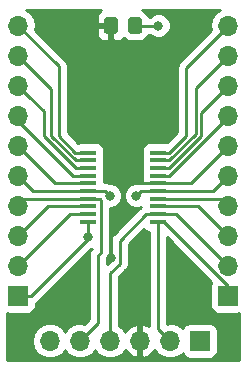
<source format=gbl>
G04 #@! TF.GenerationSoftware,KiCad,Pcbnew,5.0.2-bee76a0~70~ubuntu16.04.1*
G04 #@! TF.CreationDate,2019-03-12T22:28:51+00:00*
G04 #@! TF.ProjectId,project,70726f6a-6563-4742-9e6b-696361645f70,rev?*
G04 #@! TF.SameCoordinates,Original*
G04 #@! TF.FileFunction,Copper,L2,Bot*
G04 #@! TF.FilePolarity,Positive*
%FSLAX46Y46*%
G04 Gerber Fmt 4.6, Leading zero omitted, Abs format (unit mm)*
G04 Created by KiCad (PCBNEW 5.0.2-bee76a0~70~ubuntu16.04.1) date Tue 12 Mar 2019 22:28:51 GMT*
%MOMM*%
%LPD*%
G01*
G04 APERTURE LIST*
G04 #@! TA.AperFunction,ComponentPad*
%ADD10R,1.700000X1.700000*%
G04 #@! TD*
G04 #@! TA.AperFunction,ComponentPad*
%ADD11O,1.700000X1.700000*%
G04 #@! TD*
G04 #@! TA.AperFunction,SMDPad,CuDef*
%ADD12R,1.450000X0.450000*%
G04 #@! TD*
G04 #@! TA.AperFunction,Conductor*
%ADD13C,0.100000*%
G04 #@! TD*
G04 #@! TA.AperFunction,SMDPad,CuDef*
%ADD14C,1.150000*%
G04 #@! TD*
G04 #@! TA.AperFunction,ViaPad*
%ADD15C,0.800000*%
G04 #@! TD*
G04 #@! TA.AperFunction,Conductor*
%ADD16C,0.250000*%
G04 #@! TD*
G04 #@! TA.AperFunction,Conductor*
%ADD17C,0.254000*%
G04 #@! TD*
G04 APERTURE END LIST*
D10*
G04 #@! TO.P,J1,1*
G04 #@! TO.N,+3V3*
X163438404Y-117294239D03*
D11*
G04 #@! TO.P,J1,2*
G04 #@! TO.N,SWCLK*
X160898404Y-117294239D03*
G04 #@! TO.P,J1,3*
G04 #@! TO.N,GND*
X158358404Y-117294239D03*
G04 #@! TO.P,J1,4*
G04 #@! TO.N,SWDI0*
X155818404Y-117294239D03*
G04 #@! TO.P,J1,5*
G04 #@! TO.N,NRST*
X153278404Y-117294239D03*
G04 #@! TO.P,J1,6*
G04 #@! TO.N,PA2*
X150738404Y-117294239D03*
G04 #@! TD*
D10*
G04 #@! TO.P,J2,1*
G04 #@! TO.N,BOOT0*
X148038404Y-113484239D03*
D11*
G04 #@! TO.P,J2,2*
G04 #@! TO.N,PC14*
X148038404Y-110944239D03*
G04 #@! TO.P,J2,3*
G04 #@! TO.N,PC15*
X148038404Y-108404239D03*
G04 #@! TO.P,J2,4*
G04 #@! TO.N,NRST*
X148038404Y-105864239D03*
G04 #@! TO.P,J2,5*
G04 #@! TO.N,+3V3*
X148038404Y-103324239D03*
G04 #@! TO.P,J2,6*
G04 #@! TO.N,PA0*
X148038404Y-100784239D03*
G04 #@! TO.P,J2,7*
G04 #@! TO.N,PA1*
X148038404Y-98244239D03*
G04 #@! TO.P,J2,8*
G04 #@! TO.N,PA2*
X148038404Y-95704239D03*
G04 #@! TO.P,J2,9*
G04 #@! TO.N,PA3*
X148038404Y-93164239D03*
G04 #@! TO.P,J2,10*
G04 #@! TO.N,PA4*
X148038404Y-90624239D03*
G04 #@! TD*
G04 #@! TO.P,J3,10*
G04 #@! TO.N,PA5*
X165818404Y-90624239D03*
G04 #@! TO.P,J3,9*
G04 #@! TO.N,PA6*
X165818404Y-93164239D03*
G04 #@! TO.P,J3,8*
G04 #@! TO.N,PA7*
X165818404Y-95704239D03*
G04 #@! TO.P,J3,7*
G04 #@! TO.N,PB1*
X165818404Y-98244239D03*
G04 #@! TO.P,J3,6*
G04 #@! TO.N,GND*
X165818404Y-100784239D03*
G04 #@! TO.P,J3,5*
G04 #@! TO.N,+3V3*
X165818404Y-103324239D03*
G04 #@! TO.P,J3,4*
G04 #@! TO.N,PA9*
X165818404Y-105864239D03*
G04 #@! TO.P,J3,3*
G04 #@! TO.N,PA10*
X165818404Y-108404239D03*
G04 #@! TO.P,J3,2*
G04 #@! TO.N,SWDI0*
X165818404Y-110944239D03*
D10*
G04 #@! TO.P,J3,1*
G04 #@! TO.N,SWCLK*
X165818404Y-113484239D03*
G04 #@! TD*
D12*
G04 #@! TO.P,U1,1*
G04 #@! TO.N,BOOT0*
X153978404Y-107199239D03*
G04 #@! TO.P,U1,2*
G04 #@! TO.N,PC14*
X153978404Y-106549239D03*
G04 #@! TO.P,U1,3*
G04 #@! TO.N,PC15*
X153978404Y-105899239D03*
G04 #@! TO.P,U1,4*
G04 #@! TO.N,NRST*
X153978404Y-105249239D03*
G04 #@! TO.P,U1,5*
G04 #@! TO.N,+3V3*
X153978404Y-104599239D03*
G04 #@! TO.P,U1,6*
G04 #@! TO.N,PA0*
X153978404Y-103949239D03*
G04 #@! TO.P,U1,7*
G04 #@! TO.N,PA1*
X153978404Y-103299239D03*
G04 #@! TO.P,U1,8*
G04 #@! TO.N,PA2*
X153978404Y-102649239D03*
G04 #@! TO.P,U1,9*
G04 #@! TO.N,PA3*
X153978404Y-101999239D03*
G04 #@! TO.P,U1,10*
G04 #@! TO.N,PA4*
X153978404Y-101349239D03*
G04 #@! TO.P,U1,11*
G04 #@! TO.N,PA5*
X159878404Y-101349239D03*
G04 #@! TO.P,U1,12*
G04 #@! TO.N,PA6*
X159878404Y-101999239D03*
G04 #@! TO.P,U1,13*
G04 #@! TO.N,PA7*
X159878404Y-102649239D03*
G04 #@! TO.P,U1,14*
G04 #@! TO.N,PB1*
X159878404Y-103299239D03*
G04 #@! TO.P,U1,15*
G04 #@! TO.N,GND*
X159878404Y-103949239D03*
G04 #@! TO.P,U1,16*
G04 #@! TO.N,+3V3*
X159878404Y-104599239D03*
G04 #@! TO.P,U1,17*
G04 #@! TO.N,PA9*
X159878404Y-105249239D03*
G04 #@! TO.P,U1,18*
G04 #@! TO.N,PA10*
X159878404Y-105899239D03*
G04 #@! TO.P,U1,19*
G04 #@! TO.N,SWDI0*
X159878404Y-106549239D03*
G04 #@! TO.P,U1,20*
G04 #@! TO.N,SWCLK*
X159878404Y-107199239D03*
G04 #@! TD*
D13*
G04 #@! TO.N,GND*
G04 #@! TO.C,D1*
G36*
X156252909Y-89895443D02*
X156277177Y-89899043D01*
X156300976Y-89905004D01*
X156324075Y-89913269D01*
X156346254Y-89923759D01*
X156367297Y-89936371D01*
X156387003Y-89950986D01*
X156405181Y-89967462D01*
X156421657Y-89985640D01*
X156436272Y-90005346D01*
X156448884Y-90026389D01*
X156459374Y-90048568D01*
X156467639Y-90071667D01*
X156473600Y-90095466D01*
X156477200Y-90119734D01*
X156478404Y-90144238D01*
X156478404Y-91044240D01*
X156477200Y-91068744D01*
X156473600Y-91093012D01*
X156467639Y-91116811D01*
X156459374Y-91139910D01*
X156448884Y-91162089D01*
X156436272Y-91183132D01*
X156421657Y-91202838D01*
X156405181Y-91221016D01*
X156387003Y-91237492D01*
X156367297Y-91252107D01*
X156346254Y-91264719D01*
X156324075Y-91275209D01*
X156300976Y-91283474D01*
X156277177Y-91289435D01*
X156252909Y-91293035D01*
X156228405Y-91294239D01*
X155578403Y-91294239D01*
X155553899Y-91293035D01*
X155529631Y-91289435D01*
X155505832Y-91283474D01*
X155482733Y-91275209D01*
X155460554Y-91264719D01*
X155439511Y-91252107D01*
X155419805Y-91237492D01*
X155401627Y-91221016D01*
X155385151Y-91202838D01*
X155370536Y-91183132D01*
X155357924Y-91162089D01*
X155347434Y-91139910D01*
X155339169Y-91116811D01*
X155333208Y-91093012D01*
X155329608Y-91068744D01*
X155328404Y-91044240D01*
X155328404Y-90144238D01*
X155329608Y-90119734D01*
X155333208Y-90095466D01*
X155339169Y-90071667D01*
X155347434Y-90048568D01*
X155357924Y-90026389D01*
X155370536Y-90005346D01*
X155385151Y-89985640D01*
X155401627Y-89967462D01*
X155419805Y-89950986D01*
X155439511Y-89936371D01*
X155460554Y-89923759D01*
X155482733Y-89913269D01*
X155505832Y-89905004D01*
X155529631Y-89899043D01*
X155553899Y-89895443D01*
X155578403Y-89894239D01*
X156228405Y-89894239D01*
X156252909Y-89895443D01*
X156252909Y-89895443D01*
G37*
D14*
G04 #@! TD*
G04 #@! TO.P,D1,1*
G04 #@! TO.N,GND*
X155903404Y-90594239D03*
D13*
G04 #@! TO.N,Net-(D1-Pad2)*
G04 #@! TO.C,D1*
G36*
X158302909Y-89895443D02*
X158327177Y-89899043D01*
X158350976Y-89905004D01*
X158374075Y-89913269D01*
X158396254Y-89923759D01*
X158417297Y-89936371D01*
X158437003Y-89950986D01*
X158455181Y-89967462D01*
X158471657Y-89985640D01*
X158486272Y-90005346D01*
X158498884Y-90026389D01*
X158509374Y-90048568D01*
X158517639Y-90071667D01*
X158523600Y-90095466D01*
X158527200Y-90119734D01*
X158528404Y-90144238D01*
X158528404Y-91044240D01*
X158527200Y-91068744D01*
X158523600Y-91093012D01*
X158517639Y-91116811D01*
X158509374Y-91139910D01*
X158498884Y-91162089D01*
X158486272Y-91183132D01*
X158471657Y-91202838D01*
X158455181Y-91221016D01*
X158437003Y-91237492D01*
X158417297Y-91252107D01*
X158396254Y-91264719D01*
X158374075Y-91275209D01*
X158350976Y-91283474D01*
X158327177Y-91289435D01*
X158302909Y-91293035D01*
X158278405Y-91294239D01*
X157628403Y-91294239D01*
X157603899Y-91293035D01*
X157579631Y-91289435D01*
X157555832Y-91283474D01*
X157532733Y-91275209D01*
X157510554Y-91264719D01*
X157489511Y-91252107D01*
X157469805Y-91237492D01*
X157451627Y-91221016D01*
X157435151Y-91202838D01*
X157420536Y-91183132D01*
X157407924Y-91162089D01*
X157397434Y-91139910D01*
X157389169Y-91116811D01*
X157383208Y-91093012D01*
X157379608Y-91068744D01*
X157378404Y-91044240D01*
X157378404Y-90144238D01*
X157379608Y-90119734D01*
X157383208Y-90095466D01*
X157389169Y-90071667D01*
X157397434Y-90048568D01*
X157407924Y-90026389D01*
X157420536Y-90005346D01*
X157435151Y-89985640D01*
X157451627Y-89967462D01*
X157469805Y-89950986D01*
X157489511Y-89936371D01*
X157510554Y-89923759D01*
X157532733Y-89913269D01*
X157555832Y-89905004D01*
X157579631Y-89899043D01*
X157603899Y-89895443D01*
X157628403Y-89894239D01*
X158278405Y-89894239D01*
X158302909Y-89895443D01*
X158302909Y-89895443D01*
G37*
D14*
G04 #@! TD*
G04 #@! TO.P,D1,2*
G04 #@! TO.N,Net-(D1-Pad2)*
X157953404Y-90594239D03*
D15*
G04 #@! TO.N,GND*
X157928404Y-110294239D03*
X156928404Y-99694239D03*
X155928404Y-110294239D03*
G04 #@! TO.N,+3V3*
X155828404Y-104994239D03*
X158028404Y-104994239D03*
G04 #@! TO.N,Net-(D1-Pad2)*
X159928404Y-90594239D03*
G04 #@! TO.N,BOOT0*
X153928404Y-108494239D03*
G04 #@! TD*
D16*
G04 #@! TO.N,GND*
X162653404Y-103949239D02*
X165818404Y-100784239D01*
X159878404Y-103949239D02*
X162653404Y-103949239D01*
X158358404Y-110724239D02*
X157928404Y-110294239D01*
X158358404Y-117294239D02*
X158358404Y-110724239D01*
X155928404Y-110294239D02*
X155928404Y-107694239D01*
X155928404Y-107694239D02*
X157028404Y-106594239D01*
X157028404Y-106594239D02*
X157028404Y-103994239D01*
X157073404Y-103949239D02*
X159878404Y-103949239D01*
X157028404Y-103994239D02*
X157073404Y-103949239D01*
X156928404Y-103894239D02*
X156928404Y-99694239D01*
X157028404Y-103994239D02*
X156928404Y-103894239D01*
G04 #@! TO.N,+3V3*
X155433404Y-104599239D02*
X155828404Y-104994239D01*
X153978404Y-104599239D02*
X155433404Y-104599239D01*
X158423404Y-104599239D02*
X158028404Y-104994239D01*
X159878404Y-104599239D02*
X158423404Y-104599239D01*
X164543404Y-104599239D02*
X165818404Y-103324239D01*
X159878404Y-104599239D02*
X164543404Y-104599239D01*
X149313404Y-104599239D02*
X148038404Y-103324239D01*
X153978404Y-104599239D02*
X149313404Y-104599239D01*
G04 #@! TO.N,Net-(D1-Pad2)*
X159928404Y-90594239D02*
X157953404Y-90594239D01*
G04 #@! TO.N,SWCLK*
X159878404Y-116274239D02*
X160898404Y-117294239D01*
X159878404Y-107199239D02*
X159878404Y-116274239D01*
X165818404Y-112639239D02*
X165818404Y-113484239D01*
X160378404Y-107199239D02*
X165818404Y-112639239D01*
X159878404Y-107199239D02*
X160378404Y-107199239D01*
G04 #@! TO.N,SWDI0*
X161423404Y-106549239D02*
X165818404Y-110944239D01*
X159878404Y-106549239D02*
X161423404Y-106549239D01*
X156653405Y-108799238D02*
X156653405Y-110742240D01*
X156653405Y-110742240D02*
X155818404Y-111577241D01*
X159878404Y-106549239D02*
X158903404Y-106549239D01*
X155818404Y-111577241D02*
X155818404Y-116092158D01*
X158903404Y-106549239D02*
X156653405Y-108799238D01*
X155818404Y-116092158D02*
X155818404Y-117294239D01*
G04 #@! TO.N,NRST*
X148653404Y-105249239D02*
X148038404Y-105864239D01*
X153978404Y-105249239D02*
X148653404Y-105249239D01*
X154128403Y-116444240D02*
X153278404Y-117294239D01*
X154803403Y-115769240D02*
X154128403Y-116444240D01*
X154803403Y-110046238D02*
X154803403Y-115769240D01*
X153978404Y-105249239D02*
X154953404Y-105249239D01*
X154953404Y-105249239D02*
X155028405Y-105324240D01*
X155028405Y-105324240D02*
X155028405Y-109821236D01*
X155028405Y-109821236D02*
X154803403Y-110046238D01*
G04 #@! TO.N,PA2*
X153978404Y-102649239D02*
X152926417Y-102649239D01*
X150200000Y-99922822D02*
X150200000Y-97865835D01*
X152926417Y-102649239D02*
X150200000Y-99922822D01*
X148888403Y-96554238D02*
X148038404Y-95704239D01*
X150200000Y-97865835D02*
X148888403Y-96554238D01*
G04 #@! TO.N,BOOT0*
X153978404Y-107199239D02*
X153978404Y-108444239D01*
X149138404Y-113484239D02*
X153928404Y-108694239D01*
X153928404Y-108694239D02*
X153928404Y-108494239D01*
X153978404Y-108444239D02*
X153928404Y-108494239D01*
X148038404Y-113484239D02*
X149138404Y-113484239D01*
G04 #@! TO.N,PC14*
X152433404Y-106549239D02*
X148038404Y-110944239D01*
X153978404Y-106549239D02*
X152433404Y-106549239D01*
G04 #@! TO.N,PC15*
X150543404Y-105899239D02*
X148038404Y-108404239D01*
X153978404Y-105899239D02*
X150543404Y-105899239D01*
G04 #@! TO.N,PA0*
X151203404Y-103949239D02*
X148038404Y-100784239D01*
X153978404Y-103949239D02*
X151203404Y-103949239D01*
G04 #@! TO.N,PA1*
X148038404Y-98638404D02*
X148038404Y-98244239D01*
X152699239Y-103299239D02*
X148038404Y-98638404D01*
X153978404Y-103299239D02*
X152699239Y-103299239D01*
G04 #@! TO.N,PA3*
X148888403Y-94014238D02*
X148038404Y-93164239D01*
X153978404Y-101999239D02*
X152912828Y-101999239D01*
X152912828Y-101999239D02*
X150835000Y-99921411D01*
X150835000Y-99921411D02*
X150835000Y-95960835D01*
X150835000Y-95960835D02*
X148888403Y-94014238D01*
G04 #@! TO.N,PA4*
X151470000Y-94055835D02*
X148038404Y-90624239D01*
X151470000Y-99920000D02*
X151470000Y-94055835D01*
X152899239Y-101349239D02*
X151470000Y-99920000D01*
X153978404Y-101349239D02*
X152899239Y-101349239D01*
G04 #@! TO.N,PA5*
X159878404Y-101349239D02*
X160835761Y-101349239D01*
X164968405Y-91474238D02*
X165818404Y-90624239D01*
X160835761Y-101349239D02*
X162265000Y-99920000D01*
X162265000Y-99920000D02*
X162265000Y-94177643D01*
X162265000Y-94177643D02*
X164968405Y-91474238D01*
G04 #@! TO.N,PA6*
X160853404Y-101999239D02*
X163084989Y-99767654D01*
X163084989Y-99767654D02*
X163084989Y-95897654D01*
X163084989Y-95897654D02*
X164968405Y-94014238D01*
X159878404Y-101999239D02*
X160853404Y-101999239D01*
X164968405Y-94014238D02*
X165818404Y-93164239D01*
G04 #@! TO.N,PA7*
X165818404Y-95731596D02*
X165818404Y-95704239D01*
X159878404Y-102649239D02*
X160853404Y-102649239D01*
X163535000Y-99967643D02*
X163535000Y-98015000D01*
X160853404Y-102649239D02*
X163535000Y-99967643D01*
X163535000Y-98015000D02*
X165818404Y-95731596D01*
G04 #@! TO.N,PB1*
X160853404Y-103299239D02*
X165818404Y-98334239D01*
X165818404Y-98334239D02*
X165818404Y-98244239D01*
X159878404Y-103299239D02*
X160853404Y-103299239D01*
G04 #@! TO.N,PA9*
X165203404Y-105249239D02*
X165818404Y-105864239D01*
X159878404Y-105249239D02*
X165203404Y-105249239D01*
G04 #@! TO.N,PA10*
X163313404Y-105899239D02*
X165818404Y-108404239D01*
X159878404Y-105899239D02*
X163313404Y-105899239D01*
G04 #@! TD*
D17*
G04 #@! TO.N,GND*
G36*
X158695595Y-107882048D02*
X158905639Y-108022396D01*
X159118404Y-108064717D01*
X159118405Y-116019727D01*
X158715294Y-115852763D01*
X158485404Y-115974084D01*
X158485404Y-117167239D01*
X158505404Y-117167239D01*
X158505404Y-117421239D01*
X158485404Y-117421239D01*
X158485404Y-118614394D01*
X158715294Y-118735715D01*
X159125328Y-118565884D01*
X159553587Y-118175597D01*
X159614561Y-118045761D01*
X159827779Y-118364864D01*
X160318986Y-118693078D01*
X160752148Y-118779239D01*
X161044660Y-118779239D01*
X161477822Y-118693078D01*
X161969029Y-118364864D01*
X161981220Y-118346620D01*
X161990247Y-118392004D01*
X162130595Y-118602048D01*
X162340639Y-118742396D01*
X162588404Y-118791679D01*
X164288404Y-118791679D01*
X164536169Y-118742396D01*
X164746213Y-118602048D01*
X164886561Y-118392004D01*
X164935844Y-118144239D01*
X164935844Y-116444239D01*
X164886561Y-116196474D01*
X164746213Y-115986430D01*
X164536169Y-115846082D01*
X164288404Y-115796799D01*
X162588404Y-115796799D01*
X162340639Y-115846082D01*
X162130595Y-115986430D01*
X161990247Y-116196474D01*
X161981220Y-116241858D01*
X161969029Y-116223614D01*
X161477822Y-115895400D01*
X161044660Y-115809239D01*
X160752148Y-115809239D01*
X160638404Y-115831864D01*
X160638404Y-108534040D01*
X164418549Y-112314186D01*
X164370247Y-112386474D01*
X164320964Y-112634239D01*
X164320964Y-114334239D01*
X164370247Y-114582004D01*
X164510595Y-114792048D01*
X164720639Y-114932396D01*
X164968404Y-114981679D01*
X166668404Y-114981679D01*
X166718405Y-114971733D01*
X166718405Y-118884239D01*
X147138404Y-118884239D01*
X147138404Y-114971733D01*
X147188404Y-114981679D01*
X148888404Y-114981679D01*
X149136169Y-114932396D01*
X149346213Y-114792048D01*
X149486561Y-114582004D01*
X149535844Y-114334239D01*
X149535844Y-114132722D01*
X149686333Y-114032168D01*
X149728735Y-113968709D01*
X154192197Y-109505248D01*
X154268406Y-109473682D01*
X154268406Y-109489668D01*
X154255474Y-109498309D01*
X154087499Y-109749702D01*
X154043403Y-109971387D01*
X154043403Y-109971391D01*
X154028515Y-110046238D01*
X154043403Y-110121085D01*
X154043404Y-115454437D01*
X153644812Y-115853030D01*
X153424660Y-115809239D01*
X153132148Y-115809239D01*
X152698986Y-115895400D01*
X152207779Y-116223614D01*
X152008404Y-116522000D01*
X151809029Y-116223614D01*
X151317822Y-115895400D01*
X150884660Y-115809239D01*
X150592148Y-115809239D01*
X150158986Y-115895400D01*
X149667779Y-116223614D01*
X149339565Y-116714821D01*
X149224312Y-117294239D01*
X149339565Y-117873657D01*
X149667779Y-118364864D01*
X150158986Y-118693078D01*
X150592148Y-118779239D01*
X150884660Y-118779239D01*
X151317822Y-118693078D01*
X151809029Y-118364864D01*
X152008404Y-118066478D01*
X152207779Y-118364864D01*
X152698986Y-118693078D01*
X153132148Y-118779239D01*
X153424660Y-118779239D01*
X153857822Y-118693078D01*
X154349029Y-118364864D01*
X154548404Y-118066478D01*
X154747779Y-118364864D01*
X155238986Y-118693078D01*
X155672148Y-118779239D01*
X155964660Y-118779239D01*
X156397822Y-118693078D01*
X156889029Y-118364864D01*
X157102247Y-118045761D01*
X157163221Y-118175597D01*
X157591480Y-118565884D01*
X158001514Y-118735715D01*
X158231404Y-118614394D01*
X158231404Y-117421239D01*
X158211404Y-117421239D01*
X158211404Y-117167239D01*
X158231404Y-117167239D01*
X158231404Y-115974084D01*
X158001514Y-115852763D01*
X157591480Y-116022594D01*
X157163221Y-116412881D01*
X157102247Y-116542717D01*
X156889029Y-116223614D01*
X156578404Y-116016061D01*
X156578404Y-111892042D01*
X157137878Y-111332569D01*
X157201334Y-111290169D01*
X157333233Y-111092769D01*
X157369309Y-111038778D01*
X157404604Y-110861337D01*
X157413405Y-110817092D01*
X157413405Y-110817088D01*
X157428293Y-110742240D01*
X157413405Y-110667392D01*
X157413405Y-109114039D01*
X158675488Y-107851956D01*
X158695595Y-107882048D01*
X158695595Y-107882048D01*
G37*
X158695595Y-107882048D02*
X158905639Y-108022396D01*
X159118404Y-108064717D01*
X159118405Y-116019727D01*
X158715294Y-115852763D01*
X158485404Y-115974084D01*
X158485404Y-117167239D01*
X158505404Y-117167239D01*
X158505404Y-117421239D01*
X158485404Y-117421239D01*
X158485404Y-118614394D01*
X158715294Y-118735715D01*
X159125328Y-118565884D01*
X159553587Y-118175597D01*
X159614561Y-118045761D01*
X159827779Y-118364864D01*
X160318986Y-118693078D01*
X160752148Y-118779239D01*
X161044660Y-118779239D01*
X161477822Y-118693078D01*
X161969029Y-118364864D01*
X161981220Y-118346620D01*
X161990247Y-118392004D01*
X162130595Y-118602048D01*
X162340639Y-118742396D01*
X162588404Y-118791679D01*
X164288404Y-118791679D01*
X164536169Y-118742396D01*
X164746213Y-118602048D01*
X164886561Y-118392004D01*
X164935844Y-118144239D01*
X164935844Y-116444239D01*
X164886561Y-116196474D01*
X164746213Y-115986430D01*
X164536169Y-115846082D01*
X164288404Y-115796799D01*
X162588404Y-115796799D01*
X162340639Y-115846082D01*
X162130595Y-115986430D01*
X161990247Y-116196474D01*
X161981220Y-116241858D01*
X161969029Y-116223614D01*
X161477822Y-115895400D01*
X161044660Y-115809239D01*
X160752148Y-115809239D01*
X160638404Y-115831864D01*
X160638404Y-108534040D01*
X164418549Y-112314186D01*
X164370247Y-112386474D01*
X164320964Y-112634239D01*
X164320964Y-114334239D01*
X164370247Y-114582004D01*
X164510595Y-114792048D01*
X164720639Y-114932396D01*
X164968404Y-114981679D01*
X166668404Y-114981679D01*
X166718405Y-114971733D01*
X166718405Y-118884239D01*
X147138404Y-118884239D01*
X147138404Y-114971733D01*
X147188404Y-114981679D01*
X148888404Y-114981679D01*
X149136169Y-114932396D01*
X149346213Y-114792048D01*
X149486561Y-114582004D01*
X149535844Y-114334239D01*
X149535844Y-114132722D01*
X149686333Y-114032168D01*
X149728735Y-113968709D01*
X154192197Y-109505248D01*
X154268406Y-109473682D01*
X154268406Y-109489668D01*
X154255474Y-109498309D01*
X154087499Y-109749702D01*
X154043403Y-109971387D01*
X154043403Y-109971391D01*
X154028515Y-110046238D01*
X154043403Y-110121085D01*
X154043404Y-115454437D01*
X153644812Y-115853030D01*
X153424660Y-115809239D01*
X153132148Y-115809239D01*
X152698986Y-115895400D01*
X152207779Y-116223614D01*
X152008404Y-116522000D01*
X151809029Y-116223614D01*
X151317822Y-115895400D01*
X150884660Y-115809239D01*
X150592148Y-115809239D01*
X150158986Y-115895400D01*
X149667779Y-116223614D01*
X149339565Y-116714821D01*
X149224312Y-117294239D01*
X149339565Y-117873657D01*
X149667779Y-118364864D01*
X150158986Y-118693078D01*
X150592148Y-118779239D01*
X150884660Y-118779239D01*
X151317822Y-118693078D01*
X151809029Y-118364864D01*
X152008404Y-118066478D01*
X152207779Y-118364864D01*
X152698986Y-118693078D01*
X153132148Y-118779239D01*
X153424660Y-118779239D01*
X153857822Y-118693078D01*
X154349029Y-118364864D01*
X154548404Y-118066478D01*
X154747779Y-118364864D01*
X155238986Y-118693078D01*
X155672148Y-118779239D01*
X155964660Y-118779239D01*
X156397822Y-118693078D01*
X156889029Y-118364864D01*
X157102247Y-118045761D01*
X157163221Y-118175597D01*
X157591480Y-118565884D01*
X158001514Y-118735715D01*
X158231404Y-118614394D01*
X158231404Y-117421239D01*
X158211404Y-117421239D01*
X158211404Y-117167239D01*
X158231404Y-117167239D01*
X158231404Y-115974084D01*
X158001514Y-115852763D01*
X157591480Y-116022594D01*
X157163221Y-116412881D01*
X157102247Y-116542717D01*
X156889029Y-116223614D01*
X156578404Y-116016061D01*
X156578404Y-111892042D01*
X157137878Y-111332569D01*
X157201334Y-111290169D01*
X157333233Y-111092769D01*
X157369309Y-111038778D01*
X157404604Y-110861337D01*
X157413405Y-110817092D01*
X157413405Y-110817088D01*
X157428293Y-110742240D01*
X157413405Y-110667392D01*
X157413405Y-109114039D01*
X158675488Y-107851956D01*
X158695595Y-107882048D01*
G36*
X154968706Y-89355912D02*
X154790077Y-89534540D01*
X154693404Y-89767929D01*
X154693404Y-90308489D01*
X154852154Y-90467239D01*
X155776404Y-90467239D01*
X155776404Y-90447239D01*
X156030404Y-90447239D01*
X156030404Y-90467239D01*
X156050404Y-90467239D01*
X156050404Y-90721239D01*
X156030404Y-90721239D01*
X156030404Y-91770489D01*
X156189154Y-91929239D01*
X156604713Y-91929239D01*
X156838102Y-91832566D01*
X156993027Y-91677642D01*
X156993818Y-91678825D01*
X157284968Y-91873366D01*
X157628403Y-91941679D01*
X158278405Y-91941679D01*
X158621840Y-91873366D01*
X158912990Y-91678825D01*
X159107531Y-91387675D01*
X159114182Y-91354239D01*
X159224693Y-91354239D01*
X159342124Y-91471670D01*
X159722530Y-91629239D01*
X160134278Y-91629239D01*
X160514684Y-91471670D01*
X160805835Y-91180519D01*
X160963404Y-90800113D01*
X160963404Y-90388365D01*
X160805835Y-90007959D01*
X160514684Y-89716808D01*
X160134278Y-89559239D01*
X159722530Y-89559239D01*
X159342124Y-89716808D01*
X159224693Y-89834239D01*
X159114182Y-89834239D01*
X159107531Y-89800803D01*
X158912990Y-89509653D01*
X158621840Y-89315112D01*
X158567177Y-89304239D01*
X165120995Y-89304239D01*
X164747779Y-89553614D01*
X164419565Y-90044821D01*
X164304312Y-90624239D01*
X164377195Y-90990646D01*
X161780528Y-93587314D01*
X161717072Y-93629714D01*
X161674672Y-93693170D01*
X161674671Y-93693171D01*
X161549097Y-93881106D01*
X161490112Y-94177643D01*
X161505001Y-94252495D01*
X161505000Y-99605198D01*
X160628423Y-100481776D01*
X160603404Y-100476799D01*
X159153404Y-100476799D01*
X158905639Y-100526082D01*
X158695595Y-100666430D01*
X158555247Y-100876474D01*
X158505964Y-101124239D01*
X158505964Y-101574239D01*
X158525855Y-101674239D01*
X158505964Y-101774239D01*
X158505964Y-102224239D01*
X158525855Y-102324239D01*
X158505964Y-102424239D01*
X158505964Y-102874239D01*
X158525855Y-102974239D01*
X158505964Y-103074239D01*
X158505964Y-103524239D01*
X158519902Y-103594312D01*
X158518404Y-103597929D01*
X158518404Y-103677989D01*
X158541051Y-103700636D01*
X158555247Y-103772004D01*
X158588812Y-103822237D01*
X158518404Y-103822237D01*
X158518404Y-103839239D01*
X158498250Y-103839239D01*
X158423403Y-103824351D01*
X158348556Y-103839239D01*
X158348552Y-103839239D01*
X158126867Y-103883335D01*
X158013269Y-103959239D01*
X157822530Y-103959239D01*
X157442124Y-104116808D01*
X157150973Y-104407959D01*
X156993404Y-104788365D01*
X156993404Y-105200113D01*
X157150973Y-105580519D01*
X157442124Y-105871670D01*
X157822530Y-106029239D01*
X158234278Y-106029239D01*
X158443173Y-105942712D01*
X158355475Y-106001310D01*
X158313075Y-106064766D01*
X156168935Y-108208907D01*
X156105476Y-108251309D01*
X155937501Y-108502702D01*
X155893405Y-108724387D01*
X155893405Y-108724391D01*
X155878517Y-108799238D01*
X155893405Y-108874085D01*
X155893406Y-110427437D01*
X155563403Y-110757441D01*
X155563403Y-110377805D01*
X155576334Y-110369165D01*
X155744309Y-110117773D01*
X155788405Y-109896088D01*
X155788405Y-109896083D01*
X155803293Y-109821236D01*
X155788405Y-109746389D01*
X155788405Y-106029239D01*
X156034278Y-106029239D01*
X156414684Y-105871670D01*
X156705835Y-105580519D01*
X156863404Y-105200113D01*
X156863404Y-104788365D01*
X156705835Y-104407959D01*
X156414684Y-104116808D01*
X156034278Y-103959239D01*
X155843539Y-103959239D01*
X155729941Y-103883335D01*
X155508256Y-103839239D01*
X155508251Y-103839239D01*
X155433404Y-103824351D01*
X155358557Y-103839239D01*
X155350844Y-103839239D01*
X155350844Y-103724239D01*
X155330953Y-103624239D01*
X155350844Y-103524239D01*
X155350844Y-103074239D01*
X155330953Y-102974239D01*
X155350844Y-102874239D01*
X155350844Y-102424239D01*
X155330953Y-102324239D01*
X155350844Y-102224239D01*
X155350844Y-101774239D01*
X155330953Y-101674239D01*
X155350844Y-101574239D01*
X155350844Y-101124239D01*
X155301561Y-100876474D01*
X155161213Y-100666430D01*
X154951169Y-100526082D01*
X154703404Y-100476799D01*
X153253404Y-100476799D01*
X153126786Y-100501985D01*
X152230000Y-99605199D01*
X152230000Y-94130683D01*
X152244888Y-94055835D01*
X152230000Y-93980987D01*
X152230000Y-93980983D01*
X152185904Y-93759298D01*
X152017929Y-93507906D01*
X151954473Y-93465506D01*
X149479613Y-90990647D01*
X149501624Y-90879989D01*
X154693404Y-90879989D01*
X154693404Y-91420549D01*
X154790077Y-91653938D01*
X154968706Y-91832566D01*
X155202095Y-91929239D01*
X155617654Y-91929239D01*
X155776404Y-91770489D01*
X155776404Y-90721239D01*
X154852154Y-90721239D01*
X154693404Y-90879989D01*
X149501624Y-90879989D01*
X149552496Y-90624239D01*
X149437243Y-90044821D01*
X149109029Y-89553614D01*
X148735813Y-89304239D01*
X155093456Y-89304239D01*
X154968706Y-89355912D01*
X154968706Y-89355912D01*
G37*
X154968706Y-89355912D02*
X154790077Y-89534540D01*
X154693404Y-89767929D01*
X154693404Y-90308489D01*
X154852154Y-90467239D01*
X155776404Y-90467239D01*
X155776404Y-90447239D01*
X156030404Y-90447239D01*
X156030404Y-90467239D01*
X156050404Y-90467239D01*
X156050404Y-90721239D01*
X156030404Y-90721239D01*
X156030404Y-91770489D01*
X156189154Y-91929239D01*
X156604713Y-91929239D01*
X156838102Y-91832566D01*
X156993027Y-91677642D01*
X156993818Y-91678825D01*
X157284968Y-91873366D01*
X157628403Y-91941679D01*
X158278405Y-91941679D01*
X158621840Y-91873366D01*
X158912990Y-91678825D01*
X159107531Y-91387675D01*
X159114182Y-91354239D01*
X159224693Y-91354239D01*
X159342124Y-91471670D01*
X159722530Y-91629239D01*
X160134278Y-91629239D01*
X160514684Y-91471670D01*
X160805835Y-91180519D01*
X160963404Y-90800113D01*
X160963404Y-90388365D01*
X160805835Y-90007959D01*
X160514684Y-89716808D01*
X160134278Y-89559239D01*
X159722530Y-89559239D01*
X159342124Y-89716808D01*
X159224693Y-89834239D01*
X159114182Y-89834239D01*
X159107531Y-89800803D01*
X158912990Y-89509653D01*
X158621840Y-89315112D01*
X158567177Y-89304239D01*
X165120995Y-89304239D01*
X164747779Y-89553614D01*
X164419565Y-90044821D01*
X164304312Y-90624239D01*
X164377195Y-90990646D01*
X161780528Y-93587314D01*
X161717072Y-93629714D01*
X161674672Y-93693170D01*
X161674671Y-93693171D01*
X161549097Y-93881106D01*
X161490112Y-94177643D01*
X161505001Y-94252495D01*
X161505000Y-99605198D01*
X160628423Y-100481776D01*
X160603404Y-100476799D01*
X159153404Y-100476799D01*
X158905639Y-100526082D01*
X158695595Y-100666430D01*
X158555247Y-100876474D01*
X158505964Y-101124239D01*
X158505964Y-101574239D01*
X158525855Y-101674239D01*
X158505964Y-101774239D01*
X158505964Y-102224239D01*
X158525855Y-102324239D01*
X158505964Y-102424239D01*
X158505964Y-102874239D01*
X158525855Y-102974239D01*
X158505964Y-103074239D01*
X158505964Y-103524239D01*
X158519902Y-103594312D01*
X158518404Y-103597929D01*
X158518404Y-103677989D01*
X158541051Y-103700636D01*
X158555247Y-103772004D01*
X158588812Y-103822237D01*
X158518404Y-103822237D01*
X158518404Y-103839239D01*
X158498250Y-103839239D01*
X158423403Y-103824351D01*
X158348556Y-103839239D01*
X158348552Y-103839239D01*
X158126867Y-103883335D01*
X158013269Y-103959239D01*
X157822530Y-103959239D01*
X157442124Y-104116808D01*
X157150973Y-104407959D01*
X156993404Y-104788365D01*
X156993404Y-105200113D01*
X157150973Y-105580519D01*
X157442124Y-105871670D01*
X157822530Y-106029239D01*
X158234278Y-106029239D01*
X158443173Y-105942712D01*
X158355475Y-106001310D01*
X158313075Y-106064766D01*
X156168935Y-108208907D01*
X156105476Y-108251309D01*
X155937501Y-108502702D01*
X155893405Y-108724387D01*
X155893405Y-108724391D01*
X155878517Y-108799238D01*
X155893405Y-108874085D01*
X155893406Y-110427437D01*
X155563403Y-110757441D01*
X155563403Y-110377805D01*
X155576334Y-110369165D01*
X155744309Y-110117773D01*
X155788405Y-109896088D01*
X155788405Y-109896083D01*
X155803293Y-109821236D01*
X155788405Y-109746389D01*
X155788405Y-106029239D01*
X156034278Y-106029239D01*
X156414684Y-105871670D01*
X156705835Y-105580519D01*
X156863404Y-105200113D01*
X156863404Y-104788365D01*
X156705835Y-104407959D01*
X156414684Y-104116808D01*
X156034278Y-103959239D01*
X155843539Y-103959239D01*
X155729941Y-103883335D01*
X155508256Y-103839239D01*
X155508251Y-103839239D01*
X155433404Y-103824351D01*
X155358557Y-103839239D01*
X155350844Y-103839239D01*
X155350844Y-103724239D01*
X155330953Y-103624239D01*
X155350844Y-103524239D01*
X155350844Y-103074239D01*
X155330953Y-102974239D01*
X155350844Y-102874239D01*
X155350844Y-102424239D01*
X155330953Y-102324239D01*
X155350844Y-102224239D01*
X155350844Y-101774239D01*
X155330953Y-101674239D01*
X155350844Y-101574239D01*
X155350844Y-101124239D01*
X155301561Y-100876474D01*
X155161213Y-100666430D01*
X154951169Y-100526082D01*
X154703404Y-100476799D01*
X153253404Y-100476799D01*
X153126786Y-100501985D01*
X152230000Y-99605199D01*
X152230000Y-94130683D01*
X152244888Y-94055835D01*
X152230000Y-93980987D01*
X152230000Y-93980983D01*
X152185904Y-93759298D01*
X152017929Y-93507906D01*
X151954473Y-93465506D01*
X149479613Y-90990647D01*
X149501624Y-90879989D01*
X154693404Y-90879989D01*
X154693404Y-91420549D01*
X154790077Y-91653938D01*
X154968706Y-91832566D01*
X155202095Y-91929239D01*
X155617654Y-91929239D01*
X155776404Y-91770489D01*
X155776404Y-90721239D01*
X154852154Y-90721239D01*
X154693404Y-90879989D01*
X149501624Y-90879989D01*
X149552496Y-90624239D01*
X149437243Y-90044821D01*
X149109029Y-89553614D01*
X148735813Y-89304239D01*
X155093456Y-89304239D01*
X154968706Y-89355912D01*
G36*
X165945404Y-100657239D02*
X165965404Y-100657239D01*
X165965404Y-100911239D01*
X165945404Y-100911239D01*
X165945404Y-100931239D01*
X165691404Y-100931239D01*
X165691404Y-100911239D01*
X165671404Y-100911239D01*
X165671404Y-100657239D01*
X165691404Y-100657239D01*
X165691404Y-100637239D01*
X165945404Y-100637239D01*
X165945404Y-100657239D01*
X165945404Y-100657239D01*
G37*
X165945404Y-100657239D02*
X165965404Y-100657239D01*
X165965404Y-100911239D01*
X165945404Y-100911239D01*
X165945404Y-100931239D01*
X165691404Y-100931239D01*
X165691404Y-100911239D01*
X165671404Y-100911239D01*
X165671404Y-100657239D01*
X165691404Y-100657239D01*
X165691404Y-100637239D01*
X165945404Y-100637239D01*
X165945404Y-100657239D01*
G04 #@! TD*
M02*

</source>
